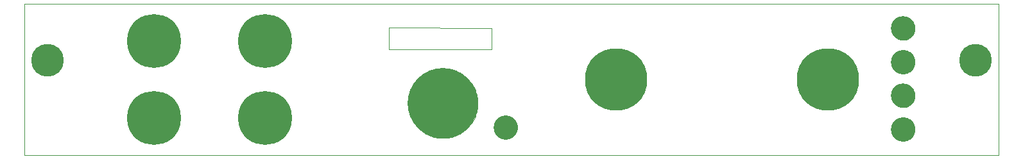
<source format=gbs>
G75*
%MOIN*%
%OFA0B0*%
%FSLAX24Y24*%
%IPPOS*%
%LPD*%
%AMOC8*
5,1,8,0,0,1.08239X$1,22.5*
%
%ADD10C,0.0010*%
%ADD11C,0.0000*%
%ADD12C,0.1260*%
%ADD13C,0.3662*%
%ADD14C,0.0000*%
%ADD15C,0.2802*%
%ADD16C,0.3235*%
%ADD17C,0.1700*%
D10*
X001479Y002778D02*
X052070Y002778D01*
X052070Y010652D01*
X001479Y010652D01*
X001479Y002778D01*
D11*
X021400Y005475D02*
X021402Y005560D01*
X021408Y005645D01*
X021418Y005729D01*
X021432Y005813D01*
X021450Y005896D01*
X021471Y005978D01*
X021497Y006059D01*
X021526Y006139D01*
X021559Y006217D01*
X021595Y006293D01*
X021636Y006368D01*
X021679Y006441D01*
X021726Y006512D01*
X021776Y006580D01*
X021830Y006646D01*
X021886Y006710D01*
X021946Y006770D01*
X022008Y006828D01*
X022072Y006883D01*
X022140Y006935D01*
X022209Y006984D01*
X022281Y007029D01*
X022355Y007071D01*
X022431Y007109D01*
X022508Y007144D01*
X022587Y007175D01*
X022668Y007203D01*
X022749Y007226D01*
X022832Y007246D01*
X022915Y007262D01*
X022999Y007274D01*
X023084Y007282D01*
X023169Y007286D01*
X023253Y007286D01*
X023338Y007282D01*
X023423Y007274D01*
X023507Y007262D01*
X023590Y007246D01*
X023673Y007226D01*
X023754Y007203D01*
X023835Y007175D01*
X023914Y007144D01*
X023991Y007109D01*
X024067Y007071D01*
X024141Y007029D01*
X024213Y006984D01*
X024282Y006935D01*
X024350Y006883D01*
X024414Y006828D01*
X024476Y006770D01*
X024536Y006710D01*
X024592Y006646D01*
X024646Y006580D01*
X024696Y006512D01*
X024743Y006441D01*
X024786Y006368D01*
X024827Y006293D01*
X024863Y006217D01*
X024896Y006139D01*
X024925Y006059D01*
X024951Y005978D01*
X024972Y005896D01*
X024990Y005813D01*
X025004Y005729D01*
X025014Y005645D01*
X025020Y005560D01*
X025022Y005475D01*
X025020Y005390D01*
X025014Y005305D01*
X025004Y005221D01*
X024990Y005137D01*
X024972Y005054D01*
X024951Y004972D01*
X024925Y004891D01*
X024896Y004811D01*
X024863Y004733D01*
X024827Y004657D01*
X024786Y004582D01*
X024743Y004509D01*
X024696Y004438D01*
X024646Y004370D01*
X024592Y004304D01*
X024536Y004240D01*
X024476Y004180D01*
X024414Y004122D01*
X024350Y004067D01*
X024282Y004015D01*
X024213Y003966D01*
X024141Y003921D01*
X024067Y003879D01*
X023991Y003841D01*
X023914Y003806D01*
X023835Y003775D01*
X023754Y003747D01*
X023673Y003724D01*
X023590Y003704D01*
X023507Y003688D01*
X023423Y003676D01*
X023338Y003668D01*
X023253Y003664D01*
X023169Y003664D01*
X023084Y003668D01*
X022999Y003676D01*
X022915Y003688D01*
X022832Y003704D01*
X022749Y003724D01*
X022668Y003747D01*
X022587Y003775D01*
X022508Y003806D01*
X022431Y003841D01*
X022355Y003879D01*
X022281Y003921D01*
X022209Y003966D01*
X022140Y004015D01*
X022072Y004067D01*
X022008Y004122D01*
X021946Y004180D01*
X021886Y004240D01*
X021830Y004304D01*
X021776Y004370D01*
X021726Y004438D01*
X021679Y004509D01*
X021636Y004582D01*
X021595Y004657D01*
X021559Y004733D01*
X021526Y004811D01*
X021497Y004891D01*
X021471Y004972D01*
X021450Y005054D01*
X021432Y005137D01*
X021418Y005221D01*
X021408Y005305D01*
X021402Y005390D01*
X021400Y005475D01*
X025851Y004225D02*
X025853Y004274D01*
X025859Y004323D01*
X025869Y004371D01*
X025882Y004418D01*
X025900Y004464D01*
X025921Y004508D01*
X025945Y004551D01*
X025973Y004591D01*
X026004Y004630D01*
X026038Y004665D01*
X026075Y004698D01*
X026114Y004727D01*
X026156Y004753D01*
X026199Y004776D01*
X026245Y004795D01*
X026291Y004811D01*
X026339Y004823D01*
X026387Y004831D01*
X026436Y004835D01*
X026486Y004835D01*
X026535Y004831D01*
X026583Y004823D01*
X026631Y004811D01*
X026677Y004795D01*
X026723Y004776D01*
X026766Y004753D01*
X026808Y004727D01*
X026847Y004698D01*
X026884Y004665D01*
X026918Y004630D01*
X026949Y004591D01*
X026977Y004551D01*
X027001Y004508D01*
X027022Y004464D01*
X027040Y004418D01*
X027053Y004371D01*
X027063Y004323D01*
X027069Y004274D01*
X027071Y004225D01*
X027069Y004176D01*
X027063Y004127D01*
X027053Y004079D01*
X027040Y004032D01*
X027022Y003986D01*
X027001Y003942D01*
X026977Y003899D01*
X026949Y003859D01*
X026918Y003820D01*
X026884Y003785D01*
X026847Y003752D01*
X026808Y003723D01*
X026766Y003697D01*
X026723Y003674D01*
X026677Y003655D01*
X026631Y003639D01*
X026583Y003627D01*
X026535Y003619D01*
X026486Y003615D01*
X026436Y003615D01*
X026387Y003619D01*
X026339Y003627D01*
X026291Y003639D01*
X026245Y003655D01*
X026199Y003674D01*
X026156Y003697D01*
X026114Y003723D01*
X026075Y003752D01*
X026038Y003785D01*
X026004Y003820D01*
X025973Y003859D01*
X025945Y003899D01*
X025921Y003942D01*
X025900Y003986D01*
X025882Y004032D01*
X025869Y004079D01*
X025859Y004127D01*
X025853Y004176D01*
X025851Y004225D01*
X046501Y004125D02*
X046503Y004174D01*
X046509Y004223D01*
X046519Y004271D01*
X046532Y004318D01*
X046550Y004364D01*
X046571Y004408D01*
X046595Y004451D01*
X046623Y004491D01*
X046654Y004530D01*
X046688Y004565D01*
X046725Y004598D01*
X046764Y004627D01*
X046806Y004653D01*
X046849Y004676D01*
X046895Y004695D01*
X046941Y004711D01*
X046989Y004723D01*
X047037Y004731D01*
X047086Y004735D01*
X047136Y004735D01*
X047185Y004731D01*
X047233Y004723D01*
X047281Y004711D01*
X047327Y004695D01*
X047373Y004676D01*
X047416Y004653D01*
X047458Y004627D01*
X047497Y004598D01*
X047534Y004565D01*
X047568Y004530D01*
X047599Y004491D01*
X047627Y004451D01*
X047651Y004408D01*
X047672Y004364D01*
X047690Y004318D01*
X047703Y004271D01*
X047713Y004223D01*
X047719Y004174D01*
X047721Y004125D01*
X047719Y004076D01*
X047713Y004027D01*
X047703Y003979D01*
X047690Y003932D01*
X047672Y003886D01*
X047651Y003842D01*
X047627Y003799D01*
X047599Y003759D01*
X047568Y003720D01*
X047534Y003685D01*
X047497Y003652D01*
X047458Y003623D01*
X047416Y003597D01*
X047373Y003574D01*
X047327Y003555D01*
X047281Y003539D01*
X047233Y003527D01*
X047185Y003519D01*
X047136Y003515D01*
X047086Y003515D01*
X047037Y003519D01*
X046989Y003527D01*
X046941Y003539D01*
X046895Y003555D01*
X046849Y003574D01*
X046806Y003597D01*
X046764Y003623D01*
X046725Y003652D01*
X046688Y003685D01*
X046654Y003720D01*
X046623Y003759D01*
X046595Y003799D01*
X046571Y003842D01*
X046550Y003886D01*
X046532Y003932D01*
X046519Y003979D01*
X046509Y004027D01*
X046503Y004076D01*
X046501Y004125D01*
X046501Y005875D02*
X046503Y005924D01*
X046509Y005973D01*
X046519Y006021D01*
X046532Y006068D01*
X046550Y006114D01*
X046571Y006158D01*
X046595Y006201D01*
X046623Y006241D01*
X046654Y006280D01*
X046688Y006315D01*
X046725Y006348D01*
X046764Y006377D01*
X046806Y006403D01*
X046849Y006426D01*
X046895Y006445D01*
X046941Y006461D01*
X046989Y006473D01*
X047037Y006481D01*
X047086Y006485D01*
X047136Y006485D01*
X047185Y006481D01*
X047233Y006473D01*
X047281Y006461D01*
X047327Y006445D01*
X047373Y006426D01*
X047416Y006403D01*
X047458Y006377D01*
X047497Y006348D01*
X047534Y006315D01*
X047568Y006280D01*
X047599Y006241D01*
X047627Y006201D01*
X047651Y006158D01*
X047672Y006114D01*
X047690Y006068D01*
X047703Y006021D01*
X047713Y005973D01*
X047719Y005924D01*
X047721Y005875D01*
X047719Y005826D01*
X047713Y005777D01*
X047703Y005729D01*
X047690Y005682D01*
X047672Y005636D01*
X047651Y005592D01*
X047627Y005549D01*
X047599Y005509D01*
X047568Y005470D01*
X047534Y005435D01*
X047497Y005402D01*
X047458Y005373D01*
X047416Y005347D01*
X047373Y005324D01*
X047327Y005305D01*
X047281Y005289D01*
X047233Y005277D01*
X047185Y005269D01*
X047136Y005265D01*
X047086Y005265D01*
X047037Y005269D01*
X046989Y005277D01*
X046941Y005289D01*
X046895Y005305D01*
X046849Y005324D01*
X046806Y005347D01*
X046764Y005373D01*
X046725Y005402D01*
X046688Y005435D01*
X046654Y005470D01*
X046623Y005509D01*
X046595Y005549D01*
X046571Y005592D01*
X046550Y005636D01*
X046532Y005682D01*
X046519Y005729D01*
X046509Y005777D01*
X046503Y005826D01*
X046501Y005875D01*
X046501Y007625D02*
X046503Y007674D01*
X046509Y007723D01*
X046519Y007771D01*
X046532Y007818D01*
X046550Y007864D01*
X046571Y007908D01*
X046595Y007951D01*
X046623Y007991D01*
X046654Y008030D01*
X046688Y008065D01*
X046725Y008098D01*
X046764Y008127D01*
X046806Y008153D01*
X046849Y008176D01*
X046895Y008195D01*
X046941Y008211D01*
X046989Y008223D01*
X047037Y008231D01*
X047086Y008235D01*
X047136Y008235D01*
X047185Y008231D01*
X047233Y008223D01*
X047281Y008211D01*
X047327Y008195D01*
X047373Y008176D01*
X047416Y008153D01*
X047458Y008127D01*
X047497Y008098D01*
X047534Y008065D01*
X047568Y008030D01*
X047599Y007991D01*
X047627Y007951D01*
X047651Y007908D01*
X047672Y007864D01*
X047690Y007818D01*
X047703Y007771D01*
X047713Y007723D01*
X047719Y007674D01*
X047721Y007625D01*
X047719Y007576D01*
X047713Y007527D01*
X047703Y007479D01*
X047690Y007432D01*
X047672Y007386D01*
X047651Y007342D01*
X047627Y007299D01*
X047599Y007259D01*
X047568Y007220D01*
X047534Y007185D01*
X047497Y007152D01*
X047458Y007123D01*
X047416Y007097D01*
X047373Y007074D01*
X047327Y007055D01*
X047281Y007039D01*
X047233Y007027D01*
X047185Y007019D01*
X047136Y007015D01*
X047086Y007015D01*
X047037Y007019D01*
X046989Y007027D01*
X046941Y007039D01*
X046895Y007055D01*
X046849Y007074D01*
X046806Y007097D01*
X046764Y007123D01*
X046725Y007152D01*
X046688Y007185D01*
X046654Y007220D01*
X046623Y007259D01*
X046595Y007299D01*
X046571Y007342D01*
X046550Y007386D01*
X046532Y007432D01*
X046519Y007479D01*
X046509Y007527D01*
X046503Y007576D01*
X046501Y007625D01*
X046501Y009375D02*
X046503Y009424D01*
X046509Y009473D01*
X046519Y009521D01*
X046532Y009568D01*
X046550Y009614D01*
X046571Y009658D01*
X046595Y009701D01*
X046623Y009741D01*
X046654Y009780D01*
X046688Y009815D01*
X046725Y009848D01*
X046764Y009877D01*
X046806Y009903D01*
X046849Y009926D01*
X046895Y009945D01*
X046941Y009961D01*
X046989Y009973D01*
X047037Y009981D01*
X047086Y009985D01*
X047136Y009985D01*
X047185Y009981D01*
X047233Y009973D01*
X047281Y009961D01*
X047327Y009945D01*
X047373Y009926D01*
X047416Y009903D01*
X047458Y009877D01*
X047497Y009848D01*
X047534Y009815D01*
X047568Y009780D01*
X047599Y009741D01*
X047627Y009701D01*
X047651Y009658D01*
X047672Y009614D01*
X047690Y009568D01*
X047703Y009521D01*
X047713Y009473D01*
X047719Y009424D01*
X047721Y009375D01*
X047719Y009326D01*
X047713Y009277D01*
X047703Y009229D01*
X047690Y009182D01*
X047672Y009136D01*
X047651Y009092D01*
X047627Y009049D01*
X047599Y009009D01*
X047568Y008970D01*
X047534Y008935D01*
X047497Y008902D01*
X047458Y008873D01*
X047416Y008847D01*
X047373Y008824D01*
X047327Y008805D01*
X047281Y008789D01*
X047233Y008777D01*
X047185Y008769D01*
X047136Y008765D01*
X047086Y008765D01*
X047037Y008769D01*
X046989Y008777D01*
X046941Y008789D01*
X046895Y008805D01*
X046849Y008824D01*
X046806Y008847D01*
X046764Y008873D01*
X046725Y008902D01*
X046688Y008935D01*
X046654Y008970D01*
X046623Y009009D01*
X046595Y009049D01*
X046571Y009092D01*
X046550Y009136D01*
X046532Y009182D01*
X046519Y009229D01*
X046509Y009277D01*
X046503Y009326D01*
X046501Y009375D01*
D12*
X047111Y009375D03*
X047111Y007625D03*
X047111Y005875D03*
X047111Y004125D03*
X026461Y004225D03*
D13*
X023211Y005475D03*
D14*
X025732Y008290D02*
X020416Y008290D01*
X020416Y009393D01*
X025732Y009392D01*
X025732Y008290D01*
D15*
X013961Y008725D03*
X008211Y008725D03*
X008211Y004725D03*
X013961Y004725D03*
D16*
X032211Y006725D03*
X043211Y006725D03*
D17*
X050889Y007700D03*
X002660Y007700D03*
M02*

</source>
